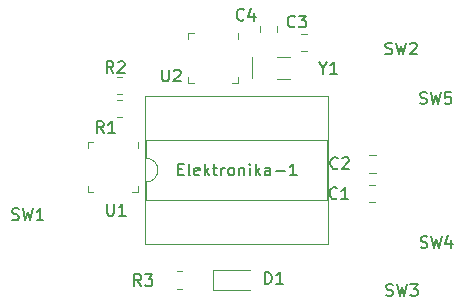
<source format=gbr>
%TF.GenerationSoftware,KiCad,Pcbnew,5.1.9-73d0e3b20d~88~ubuntu20.04.1*%
%TF.CreationDate,2021-06-28T21:50:03+02:00*%
%TF.ProjectId,watch,77617463-682e-46b6-9963-61645f706362,rev?*%
%TF.SameCoordinates,Original*%
%TF.FileFunction,Legend,Top*%
%TF.FilePolarity,Positive*%
%FSLAX46Y46*%
G04 Gerber Fmt 4.6, Leading zero omitted, Abs format (unit mm)*
G04 Created by KiCad (PCBNEW 5.1.9-73d0e3b20d~88~ubuntu20.04.1) date 2021-06-28 21:50:03*
%MOMM*%
%LPD*%
G01*
G04 APERTURE LIST*
%ADD10C,0.120000*%
%ADD11C,0.150000*%
%ADD12C,3.800000*%
%ADD13C,2.600000*%
%ADD14R,1.750000X1.800000*%
%ADD15O,1.700000X1.700000*%
%ADD16R,1.700000X1.700000*%
%ADD17R,2.700000X2.700000*%
%ADD18R,1.600000X3.100000*%
%ADD19R,1.000000X1.000000*%
G04 APERTURE END LIST*
D10*
%TO.C,Y1*%
X208781000Y-99938000D02*
X208781000Y-101738000D01*
X210931000Y-101788000D02*
X212031000Y-101788000D01*
X210931000Y-99888000D02*
X212031000Y-99888000D01*
%TO.C,U1*%
X199110000Y-110885000D02*
X199110000Y-111360000D01*
X199110000Y-111360000D02*
X198635000Y-111360000D01*
X194890000Y-107615000D02*
X194890000Y-107140000D01*
X194890000Y-107140000D02*
X195365000Y-107140000D01*
X194890000Y-110885000D02*
X194890000Y-111360000D01*
X194890000Y-111360000D02*
X195365000Y-111360000D01*
X199110000Y-107615000D02*
X199110000Y-107140000D01*
%TO.C,Elektronika-1*%
X199760000Y-103265000D02*
X199760000Y-115735000D01*
X215240000Y-103265000D02*
X199760000Y-103265000D01*
X215240000Y-115735000D02*
X215240000Y-103265000D01*
X199760000Y-115735000D02*
X215240000Y-115735000D01*
X199820000Y-106965000D02*
X199820000Y-108500000D01*
X215180000Y-106965000D02*
X199820000Y-106965000D01*
X215180000Y-112035000D02*
X215180000Y-106965000D01*
X199820000Y-112035000D02*
X215180000Y-112035000D01*
X199820000Y-110500000D02*
X199820000Y-112035000D01*
X199820000Y-108500000D02*
G75*
G02*
X199820000Y-110500000I0J-1000000D01*
G01*
%TO.C,U2*%
X207610000Y-101635000D02*
X207610000Y-102110000D01*
X207610000Y-102110000D02*
X207135000Y-102110000D01*
X203390000Y-98365000D02*
X203390000Y-97890000D01*
X203390000Y-97890000D02*
X203865000Y-97890000D01*
X203390000Y-101635000D02*
X203390000Y-102110000D01*
X203390000Y-102110000D02*
X203865000Y-102110000D01*
X207610000Y-98365000D02*
X207610000Y-97890000D01*
%TO.C,C1*%
X219193752Y-110765000D02*
X218671248Y-110765000D01*
X219193752Y-112235000D02*
X218671248Y-112235000D01*
%TO.C,C2*%
X219261252Y-108265000D02*
X218738748Y-108265000D01*
X219261252Y-109735000D02*
X218738748Y-109735000D01*
%TO.C,D1*%
X205491000Y-117958500D02*
X205491000Y-119658500D01*
X205491000Y-119658500D02*
X208641000Y-119658500D01*
X205491000Y-117958500D02*
X208641000Y-117958500D01*
%TO.C,R1*%
X197368936Y-103532000D02*
X197823064Y-103532000D01*
X197368936Y-105002000D02*
X197823064Y-105002000D01*
%TO.C,R2*%
X197368936Y-101627000D02*
X197823064Y-101627000D01*
X197368936Y-103097000D02*
X197823064Y-103097000D01*
%TO.C,R3*%
X202871564Y-119543500D02*
X202417436Y-119543500D01*
X202871564Y-118073500D02*
X202417436Y-118073500D01*
%TO.C,C3*%
X213472752Y-97944000D02*
X212950248Y-97944000D01*
X213472752Y-99414000D02*
X212950248Y-99414000D01*
%TO.C,C4*%
X210920000Y-97818752D02*
X210920000Y-97296248D01*
X209450000Y-97818752D02*
X209450000Y-97296248D01*
%TO.C,SW1*%
D11*
X188468166Y-113688761D02*
X188611023Y-113736380D01*
X188849119Y-113736380D01*
X188944357Y-113688761D01*
X188991976Y-113641142D01*
X189039595Y-113545904D01*
X189039595Y-113450666D01*
X188991976Y-113355428D01*
X188944357Y-113307809D01*
X188849119Y-113260190D01*
X188658642Y-113212571D01*
X188563404Y-113164952D01*
X188515785Y-113117333D01*
X188468166Y-113022095D01*
X188468166Y-112926857D01*
X188515785Y-112831619D01*
X188563404Y-112784000D01*
X188658642Y-112736380D01*
X188896738Y-112736380D01*
X189039595Y-112784000D01*
X189372928Y-112736380D02*
X189611023Y-113736380D01*
X189801500Y-113022095D01*
X189991976Y-113736380D01*
X190230071Y-112736380D01*
X191134833Y-113736380D02*
X190563404Y-113736380D01*
X190849119Y-113736380D02*
X190849119Y-112736380D01*
X190753880Y-112879238D01*
X190658642Y-112974476D01*
X190563404Y-113022095D01*
%TO.C,Y1*%
X214788809Y-100877690D02*
X214788809Y-101353880D01*
X214455476Y-100353880D02*
X214788809Y-100877690D01*
X215122142Y-100353880D01*
X215979285Y-101353880D02*
X215407857Y-101353880D01*
X215693571Y-101353880D02*
X215693571Y-100353880D01*
X215598333Y-100496738D01*
X215503095Y-100591976D01*
X215407857Y-100639595D01*
%TO.C,SW5*%
X223012166Y-103846261D02*
X223155023Y-103893880D01*
X223393119Y-103893880D01*
X223488357Y-103846261D01*
X223535976Y-103798642D01*
X223583595Y-103703404D01*
X223583595Y-103608166D01*
X223535976Y-103512928D01*
X223488357Y-103465309D01*
X223393119Y-103417690D01*
X223202642Y-103370071D01*
X223107404Y-103322452D01*
X223059785Y-103274833D01*
X223012166Y-103179595D01*
X223012166Y-103084357D01*
X223059785Y-102989119D01*
X223107404Y-102941500D01*
X223202642Y-102893880D01*
X223440738Y-102893880D01*
X223583595Y-102941500D01*
X223916928Y-102893880D02*
X224155023Y-103893880D01*
X224345500Y-103179595D01*
X224535976Y-103893880D01*
X224774071Y-102893880D01*
X225631214Y-102893880D02*
X225155023Y-102893880D01*
X225107404Y-103370071D01*
X225155023Y-103322452D01*
X225250261Y-103274833D01*
X225488357Y-103274833D01*
X225583595Y-103322452D01*
X225631214Y-103370071D01*
X225678833Y-103465309D01*
X225678833Y-103703404D01*
X225631214Y-103798642D01*
X225583595Y-103846261D01*
X225488357Y-103893880D01*
X225250261Y-103893880D01*
X225155023Y-103846261D01*
X225107404Y-103798642D01*
%TO.C,SW4*%
X223075666Y-116038261D02*
X223218523Y-116085880D01*
X223456619Y-116085880D01*
X223551857Y-116038261D01*
X223599476Y-115990642D01*
X223647095Y-115895404D01*
X223647095Y-115800166D01*
X223599476Y-115704928D01*
X223551857Y-115657309D01*
X223456619Y-115609690D01*
X223266142Y-115562071D01*
X223170904Y-115514452D01*
X223123285Y-115466833D01*
X223075666Y-115371595D01*
X223075666Y-115276357D01*
X223123285Y-115181119D01*
X223170904Y-115133500D01*
X223266142Y-115085880D01*
X223504238Y-115085880D01*
X223647095Y-115133500D01*
X223980428Y-115085880D02*
X224218523Y-116085880D01*
X224409000Y-115371595D01*
X224599476Y-116085880D01*
X224837571Y-115085880D01*
X225647095Y-115419214D02*
X225647095Y-116085880D01*
X225409000Y-115038261D02*
X225170904Y-115752547D01*
X225789952Y-115752547D01*
%TO.C,SW3*%
X220154666Y-120102261D02*
X220297523Y-120149880D01*
X220535619Y-120149880D01*
X220630857Y-120102261D01*
X220678476Y-120054642D01*
X220726095Y-119959404D01*
X220726095Y-119864166D01*
X220678476Y-119768928D01*
X220630857Y-119721309D01*
X220535619Y-119673690D01*
X220345142Y-119626071D01*
X220249904Y-119578452D01*
X220202285Y-119530833D01*
X220154666Y-119435595D01*
X220154666Y-119340357D01*
X220202285Y-119245119D01*
X220249904Y-119197500D01*
X220345142Y-119149880D01*
X220583238Y-119149880D01*
X220726095Y-119197500D01*
X221059428Y-119149880D02*
X221297523Y-120149880D01*
X221488000Y-119435595D01*
X221678476Y-120149880D01*
X221916571Y-119149880D01*
X222202285Y-119149880D02*
X222821333Y-119149880D01*
X222488000Y-119530833D01*
X222630857Y-119530833D01*
X222726095Y-119578452D01*
X222773714Y-119626071D01*
X222821333Y-119721309D01*
X222821333Y-119959404D01*
X222773714Y-120054642D01*
X222726095Y-120102261D01*
X222630857Y-120149880D01*
X222345142Y-120149880D01*
X222249904Y-120102261D01*
X222202285Y-120054642D01*
%TO.C,SW2*%
X220091166Y-99655261D02*
X220234023Y-99702880D01*
X220472119Y-99702880D01*
X220567357Y-99655261D01*
X220614976Y-99607642D01*
X220662595Y-99512404D01*
X220662595Y-99417166D01*
X220614976Y-99321928D01*
X220567357Y-99274309D01*
X220472119Y-99226690D01*
X220281642Y-99179071D01*
X220186404Y-99131452D01*
X220138785Y-99083833D01*
X220091166Y-98988595D01*
X220091166Y-98893357D01*
X220138785Y-98798119D01*
X220186404Y-98750500D01*
X220281642Y-98702880D01*
X220519738Y-98702880D01*
X220662595Y-98750500D01*
X220995928Y-98702880D02*
X221234023Y-99702880D01*
X221424500Y-98988595D01*
X221614976Y-99702880D01*
X221853071Y-98702880D01*
X222186404Y-98798119D02*
X222234023Y-98750500D01*
X222329261Y-98702880D01*
X222567357Y-98702880D01*
X222662595Y-98750500D01*
X222710214Y-98798119D01*
X222757833Y-98893357D01*
X222757833Y-98988595D01*
X222710214Y-99131452D01*
X222138785Y-99702880D01*
X222757833Y-99702880D01*
%TO.C,U1*%
X196532595Y-112355380D02*
X196532595Y-113164904D01*
X196580214Y-113260142D01*
X196627833Y-113307761D01*
X196723071Y-113355380D01*
X196913547Y-113355380D01*
X197008785Y-113307761D01*
X197056404Y-113260142D01*
X197104023Y-113164904D01*
X197104023Y-112355380D01*
X198104023Y-113355380D02*
X197532595Y-113355380D01*
X197818309Y-113355380D02*
X197818309Y-112355380D01*
X197723071Y-112498238D01*
X197627833Y-112593476D01*
X197532595Y-112641095D01*
%TO.C,Elektronika-1*%
X202518000Y-109428571D02*
X202851333Y-109428571D01*
X202994190Y-109952380D02*
X202518000Y-109952380D01*
X202518000Y-108952380D01*
X202994190Y-108952380D01*
X203565619Y-109952380D02*
X203470380Y-109904761D01*
X203422761Y-109809523D01*
X203422761Y-108952380D01*
X204327523Y-109904761D02*
X204232285Y-109952380D01*
X204041809Y-109952380D01*
X203946571Y-109904761D01*
X203898952Y-109809523D01*
X203898952Y-109428571D01*
X203946571Y-109333333D01*
X204041809Y-109285714D01*
X204232285Y-109285714D01*
X204327523Y-109333333D01*
X204375142Y-109428571D01*
X204375142Y-109523809D01*
X203898952Y-109619047D01*
X204803714Y-109952380D02*
X204803714Y-108952380D01*
X204898952Y-109571428D02*
X205184666Y-109952380D01*
X205184666Y-109285714D02*
X204803714Y-109666666D01*
X205470380Y-109285714D02*
X205851333Y-109285714D01*
X205613238Y-108952380D02*
X205613238Y-109809523D01*
X205660857Y-109904761D01*
X205756095Y-109952380D01*
X205851333Y-109952380D01*
X206184666Y-109952380D02*
X206184666Y-109285714D01*
X206184666Y-109476190D02*
X206232285Y-109380952D01*
X206279904Y-109333333D01*
X206375142Y-109285714D01*
X206470380Y-109285714D01*
X206946571Y-109952380D02*
X206851333Y-109904761D01*
X206803714Y-109857142D01*
X206756095Y-109761904D01*
X206756095Y-109476190D01*
X206803714Y-109380952D01*
X206851333Y-109333333D01*
X206946571Y-109285714D01*
X207089428Y-109285714D01*
X207184666Y-109333333D01*
X207232285Y-109380952D01*
X207279904Y-109476190D01*
X207279904Y-109761904D01*
X207232285Y-109857142D01*
X207184666Y-109904761D01*
X207089428Y-109952380D01*
X206946571Y-109952380D01*
X207708476Y-109285714D02*
X207708476Y-109952380D01*
X207708476Y-109380952D02*
X207756095Y-109333333D01*
X207851333Y-109285714D01*
X207994190Y-109285714D01*
X208089428Y-109333333D01*
X208137047Y-109428571D01*
X208137047Y-109952380D01*
X208613238Y-109952380D02*
X208613238Y-109285714D01*
X208613238Y-108952380D02*
X208565619Y-109000000D01*
X208613238Y-109047619D01*
X208660857Y-109000000D01*
X208613238Y-108952380D01*
X208613238Y-109047619D01*
X209089428Y-109952380D02*
X209089428Y-108952380D01*
X209184666Y-109571428D02*
X209470380Y-109952380D01*
X209470380Y-109285714D02*
X209089428Y-109666666D01*
X210327523Y-109952380D02*
X210327523Y-109428571D01*
X210279904Y-109333333D01*
X210184666Y-109285714D01*
X209994190Y-109285714D01*
X209898952Y-109333333D01*
X210327523Y-109904761D02*
X210232285Y-109952380D01*
X209994190Y-109952380D01*
X209898952Y-109904761D01*
X209851333Y-109809523D01*
X209851333Y-109714285D01*
X209898952Y-109619047D01*
X209994190Y-109571428D01*
X210232285Y-109571428D01*
X210327523Y-109523809D01*
X210803714Y-109571428D02*
X211565619Y-109571428D01*
X212565619Y-109952380D02*
X211994190Y-109952380D01*
X212279904Y-109952380D02*
X212279904Y-108952380D01*
X212184666Y-109095238D01*
X212089428Y-109190476D01*
X211994190Y-109238095D01*
%TO.C,U2*%
X201168095Y-100988880D02*
X201168095Y-101798404D01*
X201215714Y-101893642D01*
X201263333Y-101941261D01*
X201358571Y-101988880D01*
X201549047Y-101988880D01*
X201644285Y-101941261D01*
X201691904Y-101893642D01*
X201739523Y-101798404D01*
X201739523Y-100988880D01*
X202168095Y-101084119D02*
X202215714Y-101036500D01*
X202310952Y-100988880D01*
X202549047Y-100988880D01*
X202644285Y-101036500D01*
X202691904Y-101084119D01*
X202739523Y-101179357D01*
X202739523Y-101274595D01*
X202691904Y-101417452D01*
X202120476Y-101988880D01*
X202739523Y-101988880D01*
%TO.C,C1*%
X215987333Y-111863142D02*
X215939714Y-111910761D01*
X215796857Y-111958380D01*
X215701619Y-111958380D01*
X215558761Y-111910761D01*
X215463523Y-111815523D01*
X215415904Y-111720285D01*
X215368285Y-111529809D01*
X215368285Y-111386952D01*
X215415904Y-111196476D01*
X215463523Y-111101238D01*
X215558761Y-111006000D01*
X215701619Y-110958380D01*
X215796857Y-110958380D01*
X215939714Y-111006000D01*
X215987333Y-111053619D01*
X216939714Y-111958380D02*
X216368285Y-111958380D01*
X216654000Y-111958380D02*
X216654000Y-110958380D01*
X216558761Y-111101238D01*
X216463523Y-111196476D01*
X216368285Y-111244095D01*
%TO.C,C2*%
X216050833Y-109323142D02*
X216003214Y-109370761D01*
X215860357Y-109418380D01*
X215765119Y-109418380D01*
X215622261Y-109370761D01*
X215527023Y-109275523D01*
X215479404Y-109180285D01*
X215431785Y-108989809D01*
X215431785Y-108846952D01*
X215479404Y-108656476D01*
X215527023Y-108561238D01*
X215622261Y-108466000D01*
X215765119Y-108418380D01*
X215860357Y-108418380D01*
X216003214Y-108466000D01*
X216050833Y-108513619D01*
X216431785Y-108513619D02*
X216479404Y-108466000D01*
X216574642Y-108418380D01*
X216812738Y-108418380D01*
X216907976Y-108466000D01*
X216955595Y-108513619D01*
X217003214Y-108608857D01*
X217003214Y-108704095D01*
X216955595Y-108846952D01*
X216384166Y-109418380D01*
X217003214Y-109418380D01*
%TO.C,D1*%
X209891404Y-119133880D02*
X209891404Y-118133880D01*
X210129500Y-118133880D01*
X210272357Y-118181500D01*
X210367595Y-118276738D01*
X210415214Y-118371976D01*
X210462833Y-118562452D01*
X210462833Y-118705309D01*
X210415214Y-118895785D01*
X210367595Y-118991023D01*
X210272357Y-119086261D01*
X210129500Y-119133880D01*
X209891404Y-119133880D01*
X211415214Y-119133880D02*
X210843785Y-119133880D01*
X211129500Y-119133880D02*
X211129500Y-118133880D01*
X211034261Y-118276738D01*
X210939023Y-118371976D01*
X210843785Y-118419595D01*
%TO.C,R1*%
X196238833Y-106370380D02*
X195905500Y-105894190D01*
X195667404Y-106370380D02*
X195667404Y-105370380D01*
X196048357Y-105370380D01*
X196143595Y-105418000D01*
X196191214Y-105465619D01*
X196238833Y-105560857D01*
X196238833Y-105703714D01*
X196191214Y-105798952D01*
X196143595Y-105846571D01*
X196048357Y-105894190D01*
X195667404Y-105894190D01*
X197191214Y-106370380D02*
X196619785Y-106370380D01*
X196905500Y-106370380D02*
X196905500Y-105370380D01*
X196810261Y-105513238D01*
X196715023Y-105608476D01*
X196619785Y-105656095D01*
%TO.C,R2*%
X197064333Y-101290380D02*
X196731000Y-100814190D01*
X196492904Y-101290380D02*
X196492904Y-100290380D01*
X196873857Y-100290380D01*
X196969095Y-100338000D01*
X197016714Y-100385619D01*
X197064333Y-100480857D01*
X197064333Y-100623714D01*
X197016714Y-100718952D01*
X196969095Y-100766571D01*
X196873857Y-100814190D01*
X196492904Y-100814190D01*
X197445285Y-100385619D02*
X197492904Y-100338000D01*
X197588142Y-100290380D01*
X197826238Y-100290380D01*
X197921476Y-100338000D01*
X197969095Y-100385619D01*
X198016714Y-100480857D01*
X198016714Y-100576095D01*
X197969095Y-100718952D01*
X197397666Y-101290380D01*
X198016714Y-101290380D01*
%TO.C,R3*%
X199413833Y-119324380D02*
X199080500Y-118848190D01*
X198842404Y-119324380D02*
X198842404Y-118324380D01*
X199223357Y-118324380D01*
X199318595Y-118372000D01*
X199366214Y-118419619D01*
X199413833Y-118514857D01*
X199413833Y-118657714D01*
X199366214Y-118752952D01*
X199318595Y-118800571D01*
X199223357Y-118848190D01*
X198842404Y-118848190D01*
X199747166Y-118324380D02*
X200366214Y-118324380D01*
X200032880Y-118705333D01*
X200175738Y-118705333D01*
X200270976Y-118752952D01*
X200318595Y-118800571D01*
X200366214Y-118895809D01*
X200366214Y-119133904D01*
X200318595Y-119229142D01*
X200270976Y-119276761D01*
X200175738Y-119324380D01*
X199890023Y-119324380D01*
X199794785Y-119276761D01*
X199747166Y-119229142D01*
%TO.C,C3*%
X212431333Y-97321642D02*
X212383714Y-97369261D01*
X212240857Y-97416880D01*
X212145619Y-97416880D01*
X212002761Y-97369261D01*
X211907523Y-97274023D01*
X211859904Y-97178785D01*
X211812285Y-96988309D01*
X211812285Y-96845452D01*
X211859904Y-96654976D01*
X211907523Y-96559738D01*
X212002761Y-96464500D01*
X212145619Y-96416880D01*
X212240857Y-96416880D01*
X212383714Y-96464500D01*
X212431333Y-96512119D01*
X212764666Y-96416880D02*
X213383714Y-96416880D01*
X213050380Y-96797833D01*
X213193238Y-96797833D01*
X213288476Y-96845452D01*
X213336095Y-96893071D01*
X213383714Y-96988309D01*
X213383714Y-97226404D01*
X213336095Y-97321642D01*
X213288476Y-97369261D01*
X213193238Y-97416880D01*
X212907523Y-97416880D01*
X212812285Y-97369261D01*
X212764666Y-97321642D01*
%TO.C,C4*%
X208113333Y-96750142D02*
X208065714Y-96797761D01*
X207922857Y-96845380D01*
X207827619Y-96845380D01*
X207684761Y-96797761D01*
X207589523Y-96702523D01*
X207541904Y-96607285D01*
X207494285Y-96416809D01*
X207494285Y-96273952D01*
X207541904Y-96083476D01*
X207589523Y-95988238D01*
X207684761Y-95893000D01*
X207827619Y-95845380D01*
X207922857Y-95845380D01*
X208065714Y-95893000D01*
X208113333Y-95940619D01*
X208970476Y-96178714D02*
X208970476Y-96845380D01*
X208732380Y-95797761D02*
X208494285Y-96512047D01*
X209113333Y-96512047D01*
%TD*%
%LPC*%
D12*
%TO.C,SW1*%
X193500000Y-113250000D03*
D13*
X193500000Y-113250000D03*
%TD*%
D14*
%TO.C,Y1*%
X209856000Y-100838000D03*
X213106000Y-100838000D03*
%TD*%
D15*
%TO.C,J1*%
X211620000Y-121750000D03*
X209080000Y-121750000D03*
X206540000Y-121750000D03*
D16*
X204000000Y-121750000D03*
%TD*%
D13*
%TO.C,SW5*%
X220640000Y-103380000D03*
D12*
X220640000Y-103380000D03*
%TD*%
D13*
%TO.C,SW4*%
X220640000Y-115620000D03*
D12*
X220640000Y-115620000D03*
%TD*%
D13*
%TO.C,SW3*%
X217750000Y-119750000D03*
D12*
X217750000Y-119750000D03*
%TD*%
D13*
%TO.C,SW2*%
X217750000Y-99250000D03*
D12*
X217750000Y-99250000D03*
%TD*%
D17*
%TO.C,U1*%
X197000000Y-109250000D03*
G36*
G01*
X198612500Y-107875000D02*
X199312500Y-107875000D01*
G75*
G02*
X199375000Y-107937500I0J-62500D01*
G01*
X199375000Y-108062500D01*
G75*
G02*
X199312500Y-108125000I-62500J0D01*
G01*
X198612500Y-108125000D01*
G75*
G02*
X198550000Y-108062500I0J62500D01*
G01*
X198550000Y-107937500D01*
G75*
G02*
X198612500Y-107875000I62500J0D01*
G01*
G37*
G36*
G01*
X198612500Y-108375000D02*
X199312500Y-108375000D01*
G75*
G02*
X199375000Y-108437500I0J-62500D01*
G01*
X199375000Y-108562500D01*
G75*
G02*
X199312500Y-108625000I-62500J0D01*
G01*
X198612500Y-108625000D01*
G75*
G02*
X198550000Y-108562500I0J62500D01*
G01*
X198550000Y-108437500D01*
G75*
G02*
X198612500Y-108375000I62500J0D01*
G01*
G37*
G36*
G01*
X198612500Y-108875000D02*
X199312500Y-108875000D01*
G75*
G02*
X199375000Y-108937500I0J-62500D01*
G01*
X199375000Y-109062500D01*
G75*
G02*
X199312500Y-109125000I-62500J0D01*
G01*
X198612500Y-109125000D01*
G75*
G02*
X198550000Y-109062500I0J62500D01*
G01*
X198550000Y-108937500D01*
G75*
G02*
X198612500Y-108875000I62500J0D01*
G01*
G37*
G36*
G01*
X198612500Y-109375000D02*
X199312500Y-109375000D01*
G75*
G02*
X199375000Y-109437500I0J-62500D01*
G01*
X199375000Y-109562500D01*
G75*
G02*
X199312500Y-109625000I-62500J0D01*
G01*
X198612500Y-109625000D01*
G75*
G02*
X198550000Y-109562500I0J62500D01*
G01*
X198550000Y-109437500D01*
G75*
G02*
X198612500Y-109375000I62500J0D01*
G01*
G37*
G36*
G01*
X198612500Y-109875000D02*
X199312500Y-109875000D01*
G75*
G02*
X199375000Y-109937500I0J-62500D01*
G01*
X199375000Y-110062500D01*
G75*
G02*
X199312500Y-110125000I-62500J0D01*
G01*
X198612500Y-110125000D01*
G75*
G02*
X198550000Y-110062500I0J62500D01*
G01*
X198550000Y-109937500D01*
G75*
G02*
X198612500Y-109875000I62500J0D01*
G01*
G37*
G36*
G01*
X198612500Y-110375000D02*
X199312500Y-110375000D01*
G75*
G02*
X199375000Y-110437500I0J-62500D01*
G01*
X199375000Y-110562500D01*
G75*
G02*
X199312500Y-110625000I-62500J0D01*
G01*
X198612500Y-110625000D01*
G75*
G02*
X198550000Y-110562500I0J62500D01*
G01*
X198550000Y-110437500D01*
G75*
G02*
X198612500Y-110375000I62500J0D01*
G01*
G37*
G36*
G01*
X198187500Y-110800000D02*
X198312500Y-110800000D01*
G75*
G02*
X198375000Y-110862500I0J-62500D01*
G01*
X198375000Y-111562500D01*
G75*
G02*
X198312500Y-111625000I-62500J0D01*
G01*
X198187500Y-111625000D01*
G75*
G02*
X198125000Y-111562500I0J62500D01*
G01*
X198125000Y-110862500D01*
G75*
G02*
X198187500Y-110800000I62500J0D01*
G01*
G37*
G36*
G01*
X197687500Y-110800000D02*
X197812500Y-110800000D01*
G75*
G02*
X197875000Y-110862500I0J-62500D01*
G01*
X197875000Y-111562500D01*
G75*
G02*
X197812500Y-111625000I-62500J0D01*
G01*
X197687500Y-111625000D01*
G75*
G02*
X197625000Y-111562500I0J62500D01*
G01*
X197625000Y-110862500D01*
G75*
G02*
X197687500Y-110800000I62500J0D01*
G01*
G37*
G36*
G01*
X197187500Y-110800000D02*
X197312500Y-110800000D01*
G75*
G02*
X197375000Y-110862500I0J-62500D01*
G01*
X197375000Y-111562500D01*
G75*
G02*
X197312500Y-111625000I-62500J0D01*
G01*
X197187500Y-111625000D01*
G75*
G02*
X197125000Y-111562500I0J62500D01*
G01*
X197125000Y-110862500D01*
G75*
G02*
X197187500Y-110800000I62500J0D01*
G01*
G37*
G36*
G01*
X196687500Y-110800000D02*
X196812500Y-110800000D01*
G75*
G02*
X196875000Y-110862500I0J-62500D01*
G01*
X196875000Y-111562500D01*
G75*
G02*
X196812500Y-111625000I-62500J0D01*
G01*
X196687500Y-111625000D01*
G75*
G02*
X196625000Y-111562500I0J62500D01*
G01*
X196625000Y-110862500D01*
G75*
G02*
X196687500Y-110800000I62500J0D01*
G01*
G37*
G36*
G01*
X196187500Y-110800000D02*
X196312500Y-110800000D01*
G75*
G02*
X196375000Y-110862500I0J-62500D01*
G01*
X196375000Y-111562500D01*
G75*
G02*
X196312500Y-111625000I-62500J0D01*
G01*
X196187500Y-111625000D01*
G75*
G02*
X196125000Y-111562500I0J62500D01*
G01*
X196125000Y-110862500D01*
G75*
G02*
X196187500Y-110800000I62500J0D01*
G01*
G37*
G36*
G01*
X195687500Y-110800000D02*
X195812500Y-110800000D01*
G75*
G02*
X195875000Y-110862500I0J-62500D01*
G01*
X195875000Y-111562500D01*
G75*
G02*
X195812500Y-111625000I-62500J0D01*
G01*
X195687500Y-111625000D01*
G75*
G02*
X195625000Y-111562500I0J62500D01*
G01*
X195625000Y-110862500D01*
G75*
G02*
X195687500Y-110800000I62500J0D01*
G01*
G37*
G36*
G01*
X194687500Y-110375000D02*
X195387500Y-110375000D01*
G75*
G02*
X195450000Y-110437500I0J-62500D01*
G01*
X195450000Y-110562500D01*
G75*
G02*
X195387500Y-110625000I-62500J0D01*
G01*
X194687500Y-110625000D01*
G75*
G02*
X194625000Y-110562500I0J62500D01*
G01*
X194625000Y-110437500D01*
G75*
G02*
X194687500Y-110375000I62500J0D01*
G01*
G37*
G36*
G01*
X194687500Y-109875000D02*
X195387500Y-109875000D01*
G75*
G02*
X195450000Y-109937500I0J-62500D01*
G01*
X195450000Y-110062500D01*
G75*
G02*
X195387500Y-110125000I-62500J0D01*
G01*
X194687500Y-110125000D01*
G75*
G02*
X194625000Y-110062500I0J62500D01*
G01*
X194625000Y-109937500D01*
G75*
G02*
X194687500Y-109875000I62500J0D01*
G01*
G37*
G36*
G01*
X194687500Y-109375000D02*
X195387500Y-109375000D01*
G75*
G02*
X195450000Y-109437500I0J-62500D01*
G01*
X195450000Y-109562500D01*
G75*
G02*
X195387500Y-109625000I-62500J0D01*
G01*
X194687500Y-109625000D01*
G75*
G02*
X194625000Y-109562500I0J62500D01*
G01*
X194625000Y-109437500D01*
G75*
G02*
X194687500Y-109375000I62500J0D01*
G01*
G37*
G36*
G01*
X194687500Y-108875000D02*
X195387500Y-108875000D01*
G75*
G02*
X195450000Y-108937500I0J-62500D01*
G01*
X195450000Y-109062500D01*
G75*
G02*
X195387500Y-109125000I-62500J0D01*
G01*
X194687500Y-109125000D01*
G75*
G02*
X194625000Y-109062500I0J62500D01*
G01*
X194625000Y-108937500D01*
G75*
G02*
X194687500Y-108875000I62500J0D01*
G01*
G37*
G36*
G01*
X194687500Y-108375000D02*
X195387500Y-108375000D01*
G75*
G02*
X195450000Y-108437500I0J-62500D01*
G01*
X195450000Y-108562500D01*
G75*
G02*
X195387500Y-108625000I-62500J0D01*
G01*
X194687500Y-108625000D01*
G75*
G02*
X194625000Y-108562500I0J62500D01*
G01*
X194625000Y-108437500D01*
G75*
G02*
X194687500Y-108375000I62500J0D01*
G01*
G37*
G36*
G01*
X194687500Y-107875000D02*
X195387500Y-107875000D01*
G75*
G02*
X195450000Y-107937500I0J-62500D01*
G01*
X195450000Y-108062500D01*
G75*
G02*
X195387500Y-108125000I-62500J0D01*
G01*
X194687500Y-108125000D01*
G75*
G02*
X194625000Y-108062500I0J62500D01*
G01*
X194625000Y-107937500D01*
G75*
G02*
X194687500Y-107875000I62500J0D01*
G01*
G37*
G36*
G01*
X195687500Y-106875000D02*
X195812500Y-106875000D01*
G75*
G02*
X195875000Y-106937500I0J-62500D01*
G01*
X195875000Y-107637500D01*
G75*
G02*
X195812500Y-107700000I-62500J0D01*
G01*
X195687500Y-107700000D01*
G75*
G02*
X195625000Y-107637500I0J62500D01*
G01*
X195625000Y-106937500D01*
G75*
G02*
X195687500Y-106875000I62500J0D01*
G01*
G37*
G36*
G01*
X196187500Y-106875000D02*
X196312500Y-106875000D01*
G75*
G02*
X196375000Y-106937500I0J-62500D01*
G01*
X196375000Y-107637500D01*
G75*
G02*
X196312500Y-107700000I-62500J0D01*
G01*
X196187500Y-107700000D01*
G75*
G02*
X196125000Y-107637500I0J62500D01*
G01*
X196125000Y-106937500D01*
G75*
G02*
X196187500Y-106875000I62500J0D01*
G01*
G37*
G36*
G01*
X196687500Y-106875000D02*
X196812500Y-106875000D01*
G75*
G02*
X196875000Y-106937500I0J-62500D01*
G01*
X196875000Y-107637500D01*
G75*
G02*
X196812500Y-107700000I-62500J0D01*
G01*
X196687500Y-107700000D01*
G75*
G02*
X196625000Y-107637500I0J62500D01*
G01*
X196625000Y-106937500D01*
G75*
G02*
X196687500Y-106875000I62500J0D01*
G01*
G37*
G36*
G01*
X197187500Y-106875000D02*
X197312500Y-106875000D01*
G75*
G02*
X197375000Y-106937500I0J-62500D01*
G01*
X197375000Y-107637500D01*
G75*
G02*
X197312500Y-107700000I-62500J0D01*
G01*
X197187500Y-107700000D01*
G75*
G02*
X197125000Y-107637500I0J62500D01*
G01*
X197125000Y-106937500D01*
G75*
G02*
X197187500Y-106875000I62500J0D01*
G01*
G37*
G36*
G01*
X197687500Y-106875000D02*
X197812500Y-106875000D01*
G75*
G02*
X197875000Y-106937500I0J-62500D01*
G01*
X197875000Y-107637500D01*
G75*
G02*
X197812500Y-107700000I-62500J0D01*
G01*
X197687500Y-107700000D01*
G75*
G02*
X197625000Y-107637500I0J62500D01*
G01*
X197625000Y-106937500D01*
G75*
G02*
X197687500Y-106875000I62500J0D01*
G01*
G37*
G36*
G01*
X198187500Y-106875000D02*
X198312500Y-106875000D01*
G75*
G02*
X198375000Y-106937500I0J-62500D01*
G01*
X198375000Y-107637500D01*
G75*
G02*
X198312500Y-107700000I-62500J0D01*
G01*
X198187500Y-107700000D01*
G75*
G02*
X198125000Y-107637500I0J62500D01*
G01*
X198125000Y-106937500D01*
G75*
G02*
X198187500Y-106875000I62500J0D01*
G01*
G37*
%TD*%
D18*
%TO.C,Elektronika-1*%
X201150000Y-113945000D03*
X213850000Y-105055000D03*
X203690000Y-113945000D03*
X211310000Y-105055000D03*
X206230000Y-113945000D03*
X208770000Y-105055000D03*
X208770000Y-113945000D03*
X206230000Y-105055000D03*
X211310000Y-113945000D03*
X203690000Y-105055000D03*
X213850000Y-113945000D03*
X201150000Y-105055000D03*
%TD*%
D17*
%TO.C,U2*%
X205500000Y-100000000D03*
G36*
G01*
X207112500Y-98625000D02*
X207812500Y-98625000D01*
G75*
G02*
X207875000Y-98687500I0J-62500D01*
G01*
X207875000Y-98812500D01*
G75*
G02*
X207812500Y-98875000I-62500J0D01*
G01*
X207112500Y-98875000D01*
G75*
G02*
X207050000Y-98812500I0J62500D01*
G01*
X207050000Y-98687500D01*
G75*
G02*
X207112500Y-98625000I62500J0D01*
G01*
G37*
G36*
G01*
X207112500Y-99125000D02*
X207812500Y-99125000D01*
G75*
G02*
X207875000Y-99187500I0J-62500D01*
G01*
X207875000Y-99312500D01*
G75*
G02*
X207812500Y-99375000I-62500J0D01*
G01*
X207112500Y-99375000D01*
G75*
G02*
X207050000Y-99312500I0J62500D01*
G01*
X207050000Y-99187500D01*
G75*
G02*
X207112500Y-99125000I62500J0D01*
G01*
G37*
G36*
G01*
X207112500Y-99625000D02*
X207812500Y-99625000D01*
G75*
G02*
X207875000Y-99687500I0J-62500D01*
G01*
X207875000Y-99812500D01*
G75*
G02*
X207812500Y-99875000I-62500J0D01*
G01*
X207112500Y-99875000D01*
G75*
G02*
X207050000Y-99812500I0J62500D01*
G01*
X207050000Y-99687500D01*
G75*
G02*
X207112500Y-99625000I62500J0D01*
G01*
G37*
G36*
G01*
X207112500Y-100125000D02*
X207812500Y-100125000D01*
G75*
G02*
X207875000Y-100187500I0J-62500D01*
G01*
X207875000Y-100312500D01*
G75*
G02*
X207812500Y-100375000I-62500J0D01*
G01*
X207112500Y-100375000D01*
G75*
G02*
X207050000Y-100312500I0J62500D01*
G01*
X207050000Y-100187500D01*
G75*
G02*
X207112500Y-100125000I62500J0D01*
G01*
G37*
G36*
G01*
X207112500Y-100625000D02*
X207812500Y-100625000D01*
G75*
G02*
X207875000Y-100687500I0J-62500D01*
G01*
X207875000Y-100812500D01*
G75*
G02*
X207812500Y-100875000I-62500J0D01*
G01*
X207112500Y-100875000D01*
G75*
G02*
X207050000Y-100812500I0J62500D01*
G01*
X207050000Y-100687500D01*
G75*
G02*
X207112500Y-100625000I62500J0D01*
G01*
G37*
G36*
G01*
X207112500Y-101125000D02*
X207812500Y-101125000D01*
G75*
G02*
X207875000Y-101187500I0J-62500D01*
G01*
X207875000Y-101312500D01*
G75*
G02*
X207812500Y-101375000I-62500J0D01*
G01*
X207112500Y-101375000D01*
G75*
G02*
X207050000Y-101312500I0J62500D01*
G01*
X207050000Y-101187500D01*
G75*
G02*
X207112500Y-101125000I62500J0D01*
G01*
G37*
G36*
G01*
X206687500Y-101550000D02*
X206812500Y-101550000D01*
G75*
G02*
X206875000Y-101612500I0J-62500D01*
G01*
X206875000Y-102312500D01*
G75*
G02*
X206812500Y-102375000I-62500J0D01*
G01*
X206687500Y-102375000D01*
G75*
G02*
X206625000Y-102312500I0J62500D01*
G01*
X206625000Y-101612500D01*
G75*
G02*
X206687500Y-101550000I62500J0D01*
G01*
G37*
G36*
G01*
X206187500Y-101550000D02*
X206312500Y-101550000D01*
G75*
G02*
X206375000Y-101612500I0J-62500D01*
G01*
X206375000Y-102312500D01*
G75*
G02*
X206312500Y-102375000I-62500J0D01*
G01*
X206187500Y-102375000D01*
G75*
G02*
X206125000Y-102312500I0J62500D01*
G01*
X206125000Y-101612500D01*
G75*
G02*
X206187500Y-101550000I62500J0D01*
G01*
G37*
G36*
G01*
X205687500Y-101550000D02*
X205812500Y-101550000D01*
G75*
G02*
X205875000Y-101612500I0J-62500D01*
G01*
X205875000Y-102312500D01*
G75*
G02*
X205812500Y-102375000I-62500J0D01*
G01*
X205687500Y-102375000D01*
G75*
G02*
X205625000Y-102312500I0J62500D01*
G01*
X205625000Y-101612500D01*
G75*
G02*
X205687500Y-101550000I62500J0D01*
G01*
G37*
G36*
G01*
X205187500Y-101550000D02*
X205312500Y-101550000D01*
G75*
G02*
X205375000Y-101612500I0J-62500D01*
G01*
X205375000Y-102312500D01*
G75*
G02*
X205312500Y-102375000I-62500J0D01*
G01*
X205187500Y-102375000D01*
G75*
G02*
X205125000Y-102312500I0J62500D01*
G01*
X205125000Y-101612500D01*
G75*
G02*
X205187500Y-101550000I62500J0D01*
G01*
G37*
G36*
G01*
X204687500Y-101550000D02*
X204812500Y-101550000D01*
G75*
G02*
X204875000Y-101612500I0J-62500D01*
G01*
X204875000Y-102312500D01*
G75*
G02*
X204812500Y-102375000I-62500J0D01*
G01*
X204687500Y-102375000D01*
G75*
G02*
X204625000Y-102312500I0J62500D01*
G01*
X204625000Y-101612500D01*
G75*
G02*
X204687500Y-101550000I62500J0D01*
G01*
G37*
G36*
G01*
X204187500Y-101550000D02*
X204312500Y-101550000D01*
G75*
G02*
X204375000Y-101612500I0J-62500D01*
G01*
X204375000Y-102312500D01*
G75*
G02*
X204312500Y-102375000I-62500J0D01*
G01*
X204187500Y-102375000D01*
G75*
G02*
X204125000Y-102312500I0J62500D01*
G01*
X204125000Y-101612500D01*
G75*
G02*
X204187500Y-101550000I62500J0D01*
G01*
G37*
G36*
G01*
X203187500Y-101125000D02*
X203887500Y-101125000D01*
G75*
G02*
X203950000Y-101187500I0J-62500D01*
G01*
X203950000Y-101312500D01*
G75*
G02*
X203887500Y-101375000I-62500J0D01*
G01*
X203187500Y-101375000D01*
G75*
G02*
X203125000Y-101312500I0J62500D01*
G01*
X203125000Y-101187500D01*
G75*
G02*
X203187500Y-101125000I62500J0D01*
G01*
G37*
G36*
G01*
X203187500Y-100625000D02*
X203887500Y-100625000D01*
G75*
G02*
X203950000Y-100687500I0J-62500D01*
G01*
X203950000Y-100812500D01*
G75*
G02*
X203887500Y-100875000I-62500J0D01*
G01*
X203187500Y-100875000D01*
G75*
G02*
X203125000Y-100812500I0J62500D01*
G01*
X203125000Y-100687500D01*
G75*
G02*
X203187500Y-100625000I62500J0D01*
G01*
G37*
G36*
G01*
X203187500Y-100125000D02*
X203887500Y-100125000D01*
G75*
G02*
X203950000Y-100187500I0J-62500D01*
G01*
X203950000Y-100312500D01*
G75*
G02*
X203887500Y-100375000I-62500J0D01*
G01*
X203187500Y-100375000D01*
G75*
G02*
X203125000Y-100312500I0J62500D01*
G01*
X203125000Y-100187500D01*
G75*
G02*
X203187500Y-100125000I62500J0D01*
G01*
G37*
G36*
G01*
X203187500Y-99625000D02*
X203887500Y-99625000D01*
G75*
G02*
X203950000Y-99687500I0J-62500D01*
G01*
X203950000Y-99812500D01*
G75*
G02*
X203887500Y-99875000I-62500J0D01*
G01*
X203187500Y-99875000D01*
G75*
G02*
X203125000Y-99812500I0J62500D01*
G01*
X203125000Y-99687500D01*
G75*
G02*
X203187500Y-99625000I62500J0D01*
G01*
G37*
G36*
G01*
X203187500Y-99125000D02*
X203887500Y-99125000D01*
G75*
G02*
X203950000Y-99187500I0J-62500D01*
G01*
X203950000Y-99312500D01*
G75*
G02*
X203887500Y-99375000I-62500J0D01*
G01*
X203187500Y-99375000D01*
G75*
G02*
X203125000Y-99312500I0J62500D01*
G01*
X203125000Y-99187500D01*
G75*
G02*
X203187500Y-99125000I62500J0D01*
G01*
G37*
G36*
G01*
X203187500Y-98625000D02*
X203887500Y-98625000D01*
G75*
G02*
X203950000Y-98687500I0J-62500D01*
G01*
X203950000Y-98812500D01*
G75*
G02*
X203887500Y-98875000I-62500J0D01*
G01*
X203187500Y-98875000D01*
G75*
G02*
X203125000Y-98812500I0J62500D01*
G01*
X203125000Y-98687500D01*
G75*
G02*
X203187500Y-98625000I62500J0D01*
G01*
G37*
G36*
G01*
X204187500Y-97625000D02*
X204312500Y-97625000D01*
G75*
G02*
X204375000Y-97687500I0J-62500D01*
G01*
X204375000Y-98387500D01*
G75*
G02*
X204312500Y-98450000I-62500J0D01*
G01*
X204187500Y-98450000D01*
G75*
G02*
X204125000Y-98387500I0J62500D01*
G01*
X204125000Y-97687500D01*
G75*
G02*
X204187500Y-97625000I62500J0D01*
G01*
G37*
G36*
G01*
X204687500Y-97625000D02*
X204812500Y-97625000D01*
G75*
G02*
X204875000Y-97687500I0J-62500D01*
G01*
X204875000Y-98387500D01*
G75*
G02*
X204812500Y-98450000I-62500J0D01*
G01*
X204687500Y-98450000D01*
G75*
G02*
X204625000Y-98387500I0J62500D01*
G01*
X204625000Y-97687500D01*
G75*
G02*
X204687500Y-97625000I62500J0D01*
G01*
G37*
G36*
G01*
X205187500Y-97625000D02*
X205312500Y-97625000D01*
G75*
G02*
X205375000Y-97687500I0J-62500D01*
G01*
X205375000Y-98387500D01*
G75*
G02*
X205312500Y-98450000I-62500J0D01*
G01*
X205187500Y-98450000D01*
G75*
G02*
X205125000Y-98387500I0J62500D01*
G01*
X205125000Y-97687500D01*
G75*
G02*
X205187500Y-97625000I62500J0D01*
G01*
G37*
G36*
G01*
X205687500Y-97625000D02*
X205812500Y-97625000D01*
G75*
G02*
X205875000Y-97687500I0J-62500D01*
G01*
X205875000Y-98387500D01*
G75*
G02*
X205812500Y-98450000I-62500J0D01*
G01*
X205687500Y-98450000D01*
G75*
G02*
X205625000Y-98387500I0J62500D01*
G01*
X205625000Y-97687500D01*
G75*
G02*
X205687500Y-97625000I62500J0D01*
G01*
G37*
G36*
G01*
X206187500Y-97625000D02*
X206312500Y-97625000D01*
G75*
G02*
X206375000Y-97687500I0J-62500D01*
G01*
X206375000Y-98387500D01*
G75*
G02*
X206312500Y-98450000I-62500J0D01*
G01*
X206187500Y-98450000D01*
G75*
G02*
X206125000Y-98387500I0J62500D01*
G01*
X206125000Y-97687500D01*
G75*
G02*
X206187500Y-97625000I62500J0D01*
G01*
G37*
G36*
G01*
X206687500Y-97625000D02*
X206812500Y-97625000D01*
G75*
G02*
X206875000Y-97687500I0J-62500D01*
G01*
X206875000Y-98387500D01*
G75*
G02*
X206812500Y-98450000I-62500J0D01*
G01*
X206687500Y-98450000D01*
G75*
G02*
X206625000Y-98387500I0J62500D01*
G01*
X206625000Y-97687500D01*
G75*
G02*
X206687500Y-97625000I62500J0D01*
G01*
G37*
%TD*%
%TO.C,C1*%
G36*
G01*
X218482500Y-111025000D02*
X218482500Y-111975000D01*
G75*
G02*
X218232500Y-112225000I-250000J0D01*
G01*
X217557500Y-112225000D01*
G75*
G02*
X217307500Y-111975000I0J250000D01*
G01*
X217307500Y-111025000D01*
G75*
G02*
X217557500Y-110775000I250000J0D01*
G01*
X218232500Y-110775000D01*
G75*
G02*
X218482500Y-111025000I0J-250000D01*
G01*
G37*
G36*
G01*
X220557500Y-111025000D02*
X220557500Y-111975000D01*
G75*
G02*
X220307500Y-112225000I-250000J0D01*
G01*
X219632500Y-112225000D01*
G75*
G02*
X219382500Y-111975000I0J250000D01*
G01*
X219382500Y-111025000D01*
G75*
G02*
X219632500Y-110775000I250000J0D01*
G01*
X220307500Y-110775000D01*
G75*
G02*
X220557500Y-111025000I0J-250000D01*
G01*
G37*
%TD*%
%TO.C,C2*%
G36*
G01*
X218550000Y-108525000D02*
X218550000Y-109475000D01*
G75*
G02*
X218300000Y-109725000I-250000J0D01*
G01*
X217625000Y-109725000D01*
G75*
G02*
X217375000Y-109475000I0J250000D01*
G01*
X217375000Y-108525000D01*
G75*
G02*
X217625000Y-108275000I250000J0D01*
G01*
X218300000Y-108275000D01*
G75*
G02*
X218550000Y-108525000I0J-250000D01*
G01*
G37*
G36*
G01*
X220625000Y-108525000D02*
X220625000Y-109475000D01*
G75*
G02*
X220375000Y-109725000I-250000J0D01*
G01*
X219700000Y-109725000D01*
G75*
G02*
X219450000Y-109475000I0J250000D01*
G01*
X219450000Y-108525000D01*
G75*
G02*
X219700000Y-108275000I250000J0D01*
G01*
X220375000Y-108275000D01*
G75*
G02*
X220625000Y-108525000I0J-250000D01*
G01*
G37*
%TD*%
D19*
%TO.C,D1*%
X206141000Y-118808500D03*
X208641000Y-118808500D03*
%TD*%
%TO.C,R1*%
G36*
G01*
X195996000Y-104717001D02*
X195996000Y-103816999D01*
G75*
G02*
X196245999Y-103567000I249999J0D01*
G01*
X196946001Y-103567000D01*
G75*
G02*
X197196000Y-103816999I0J-249999D01*
G01*
X197196000Y-104717001D01*
G75*
G02*
X196946001Y-104967000I-249999J0D01*
G01*
X196245999Y-104967000D01*
G75*
G02*
X195996000Y-104717001I0J249999D01*
G01*
G37*
G36*
G01*
X197996000Y-104717001D02*
X197996000Y-103816999D01*
G75*
G02*
X198245999Y-103567000I249999J0D01*
G01*
X198946001Y-103567000D01*
G75*
G02*
X199196000Y-103816999I0J-249999D01*
G01*
X199196000Y-104717001D01*
G75*
G02*
X198946001Y-104967000I-249999J0D01*
G01*
X198245999Y-104967000D01*
G75*
G02*
X197996000Y-104717001I0J249999D01*
G01*
G37*
%TD*%
%TO.C,R2*%
G36*
G01*
X195996000Y-102812001D02*
X195996000Y-101911999D01*
G75*
G02*
X196245999Y-101662000I249999J0D01*
G01*
X196946001Y-101662000D01*
G75*
G02*
X197196000Y-101911999I0J-249999D01*
G01*
X197196000Y-102812001D01*
G75*
G02*
X196946001Y-103062000I-249999J0D01*
G01*
X196245999Y-103062000D01*
G75*
G02*
X195996000Y-102812001I0J249999D01*
G01*
G37*
G36*
G01*
X197996000Y-102812001D02*
X197996000Y-101911999D01*
G75*
G02*
X198245999Y-101662000I249999J0D01*
G01*
X198946001Y-101662000D01*
G75*
G02*
X199196000Y-101911999I0J-249999D01*
G01*
X199196000Y-102812001D01*
G75*
G02*
X198946001Y-103062000I-249999J0D01*
G01*
X198245999Y-103062000D01*
G75*
G02*
X197996000Y-102812001I0J249999D01*
G01*
G37*
%TD*%
%TO.C,R3*%
G36*
G01*
X204244500Y-118358499D02*
X204244500Y-119258501D01*
G75*
G02*
X203994501Y-119508500I-249999J0D01*
G01*
X203294499Y-119508500D01*
G75*
G02*
X203044500Y-119258501I0J249999D01*
G01*
X203044500Y-118358499D01*
G75*
G02*
X203294499Y-118108500I249999J0D01*
G01*
X203994501Y-118108500D01*
G75*
G02*
X204244500Y-118358499I0J-249999D01*
G01*
G37*
G36*
G01*
X202244500Y-118358499D02*
X202244500Y-119258501D01*
G75*
G02*
X201994501Y-119508500I-249999J0D01*
G01*
X201294499Y-119508500D01*
G75*
G02*
X201044500Y-119258501I0J249999D01*
G01*
X201044500Y-118358499D01*
G75*
G02*
X201294499Y-118108500I249999J0D01*
G01*
X201994501Y-118108500D01*
G75*
G02*
X202244500Y-118358499I0J-249999D01*
G01*
G37*
%TD*%
%TO.C,C3*%
G36*
G01*
X212761500Y-98204000D02*
X212761500Y-99154000D01*
G75*
G02*
X212511500Y-99404000I-250000J0D01*
G01*
X211836500Y-99404000D01*
G75*
G02*
X211586500Y-99154000I0J250000D01*
G01*
X211586500Y-98204000D01*
G75*
G02*
X211836500Y-97954000I250000J0D01*
G01*
X212511500Y-97954000D01*
G75*
G02*
X212761500Y-98204000I0J-250000D01*
G01*
G37*
G36*
G01*
X214836500Y-98204000D02*
X214836500Y-99154000D01*
G75*
G02*
X214586500Y-99404000I-250000J0D01*
G01*
X213911500Y-99404000D01*
G75*
G02*
X213661500Y-99154000I0J250000D01*
G01*
X213661500Y-98204000D01*
G75*
G02*
X213911500Y-97954000I250000J0D01*
G01*
X214586500Y-97954000D01*
G75*
G02*
X214836500Y-98204000I0J-250000D01*
G01*
G37*
%TD*%
%TO.C,C4*%
G36*
G01*
X210660000Y-97107500D02*
X209710000Y-97107500D01*
G75*
G02*
X209460000Y-96857500I0J250000D01*
G01*
X209460000Y-96182500D01*
G75*
G02*
X209710000Y-95932500I250000J0D01*
G01*
X210660000Y-95932500D01*
G75*
G02*
X210910000Y-96182500I0J-250000D01*
G01*
X210910000Y-96857500D01*
G75*
G02*
X210660000Y-97107500I-250000J0D01*
G01*
G37*
G36*
G01*
X210660000Y-99182500D02*
X209710000Y-99182500D01*
G75*
G02*
X209460000Y-98932500I0J250000D01*
G01*
X209460000Y-98257500D01*
G75*
G02*
X209710000Y-98007500I250000J0D01*
G01*
X210660000Y-98007500D01*
G75*
G02*
X210910000Y-98257500I0J-250000D01*
G01*
X210910000Y-98932500D01*
G75*
G02*
X210660000Y-99182500I-250000J0D01*
G01*
G37*
%TD*%
M02*

</source>
